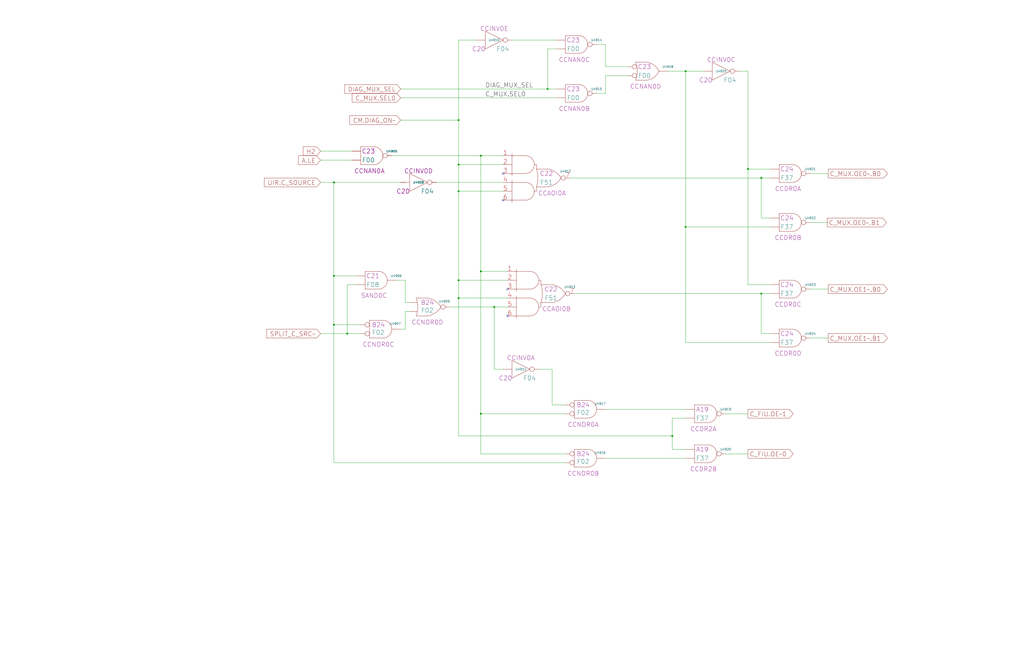
<source format=kicad_sch>
(kicad_sch (version 20230121) (generator eeschema)
  (paper "User" 584.2 378.46)
  (title_block (title "C SOURCE CONTROL") (date "22-MAR-90") (rev "1.0") (comment 1 "VALUE") (comment 2 "232-003063") (comment 3 "S400") (comment 4 "RELEASED"))
  (lib_symbols
    (symbol "r1000:F00" (pin_numbers hide) (pin_names hide)
      (property "Reference" "U" (at 15.24 0 0))
      (property "Value" "F00" (at 1.905 -5.08 0))
      (property "Location" "___" (at 1.905 0 0))
      (property "Name" "______" (at 2.54 -12.7 0))
      (symbol "F00_0_1"
        (polyline (pts (xy -2.54 -7.62) (xy 5.08 -7.62)) (stroke (width 0.1524)))
        (polyline (pts (xy -2.54 2.54) (xy -2.54 -7.62)) (stroke (width 0.1524)))
        (polyline (pts (xy -2.54 2.54) (xy 5.08 2.54)) (stroke (width 0.1524)))
        (arc (start 5.08 -7.62) (mid 10.1282 -2.54) (end 5.08 2.54) (stroke (width 0.1524)))
        (circle (center 11.43 -2.54) (radius 1.27) (stroke (width 0.1524)))
      )
      (symbol "F00_0_2"
        (circle (center -3.81 -5.08) (radius 1.27) (stroke (width 0.1524)))
        (circle (center -3.81 0) (radius 1.27) (stroke (width 0.1524)))
        (arc (start -3.175 -7.62) (mid -2.134 -2.54) (end -3.175 2.54) (stroke (width 0.1524)))
        (polyline (pts (xy -3.175 -7.62) (xy 3.81 -7.62)) (stroke (width 0.1524)))
        (polyline (pts (xy -3.175 2.54) (xy 3.81 2.54)) (stroke (width 0.1524)))
        (arc (start 3.81 -7.62) (mid 7.5855 -5.8306) (end 10.16 -2.54) (stroke (width 0.1524)))
        (arc (start 10.16 -2.54) (mid 7.5827 0.7471) (end 3.81 2.54) (stroke (width 0.1524)))
      )
      (symbol "F00_1_1"
        (pin input line (at -7.62 0 0) (length 5.08) (name "D0") (number "1"))
        (pin input line (at -7.62 -5.08 0) (length 5.08) (name "D1") (number "2"))
        (pin output line (at 15.24 -2.54 180) (length 2.54) (name "Q") (number "3"))
      )
      (symbol "F00_1_2"
        (pin input line (at -7.62 0 0) (length 2.54) (name "D0") (number "1"))
        (pin input line (at -7.62 -5.08 0) (length 2.54) (name "D1") (number "2"))
        (pin output line (at 15.24 -2.54 180) (length 5.08) (name "Q") (number "3"))
      )
    )
    (symbol "r1000:F02" (pin_numbers hide) (pin_names hide)
      (property "Reference" "U" (at 12.16 0.635 0))
      (property "Value" "F02" (at -1.27 -4.445 0))
      (property "Location" "___" (at 2.54 0 0))
      (property "Name" "______" (at 2.54 -12.7 0))
      (symbol "F02_0_1"
        (arc (start -3.81 -7.62) (mid -2.9847 -2.54) (end -3.81 2.54) (stroke (width 0.1524)))
        (polyline (pts (xy -5.08 -5.08) (xy -3.175 -5.08)) (stroke (width 0.1524)))
        (polyline (pts (xy -5.08 0) (xy -3.175 0)) (stroke (width 0.1524)))
        (polyline (pts (xy -3.81 -7.62) (xy 2.54 -7.62)) (stroke (width 0.1524)))
        (polyline (pts (xy -3.81 2.54) (xy 2.54 2.54)) (stroke (width 0.1524)))
        (polyline (pts (xy 13.97 -2.54) (xy 12.7 -2.54)) (stroke (width 0.1524)))
        (arc (start 2.54 -7.62) (mid 6.9515 -5.9823) (end 10.16 -2.54) (stroke (width 0.1524)))
        (arc (start 10.16 -2.54) (mid 6.9478 0.8966) (end 2.54 2.54) (stroke (width 0.1524)))
        (circle (center 11.43 -2.54) (radius 1.27) (stroke (width 0.1524)))
      )
      (symbol "F02_0_2"
        (circle (center -3.81 -5.08) (radius 1.27) (stroke (width 0.1524)))
        (circle (center -3.81 0) (radius 1.27) (stroke (width 0.1524)))
        (polyline (pts (xy -2.54 -7.62) (xy 5.08 -7.62)) (stroke (width 0.1524)))
        (polyline (pts (xy -2.54 2.54) (xy -2.54 -7.62)) (stroke (width 0.1524)))
        (polyline (pts (xy -2.54 2.54) (xy 5.08 2.54)) (stroke (width 0.1524)))
        (polyline (pts (xy 11.43 -2.54) (xy 10.16 -2.54)) (stroke (width 0.1524)))
        (polyline (pts (xy 11.43 -2.54) (xy 12.7 -2.54)) (stroke (width 0.1524)))
        (arc (start 5.08 -7.62) (mid 10.1282 -2.54) (end 5.08 2.54) (stroke (width 0.1524)))
      )
      (symbol "F02_1_1"
        (pin input line (at -7.62 0 0) (length 2.54) (name "D0") (number "1"))
        (pin input line (at -7.62 -5.08 0) (length 2.54) (name "D1") (number "2"))
        (pin output line (at 15.24 -2.54 180) (length 1.27) (name "Q") (number "3"))
      )
      (symbol "F02_1_2"
        (pin input line (at -7.62 0 0) (length 2.54) (name "D0") (number "1"))
        (pin input line (at -7.62 -5.08 0) (length 2.54) (name "D1") (number "2"))
        (pin output line (at 15.24 -2.54 180) (length 2.54) (name "Q") (number "3"))
      )
    )
    (symbol "r1000:F04" (pin_numbers hide) (pin_names hide)
      (property "Reference" "U" (at 0 0 0))
      (property "Value" "F04" (at 1.27 -5.08 0))
      (property "Location" "___" (at -12.7 -5.08 0))
      (property "Name" "______" (at 0 5.08 0))
      (symbol "F04_0_1"
        (polyline (pts (xy -7.62 0) (xy -5.08 0)) (stroke (width 0.1524)))
        (polyline (pts (xy -5.08 5.08) (xy -5.08 -5.08)) (stroke (width 0.1524)))
        (polyline (pts (xy 5.08 0) (xy -5.08 -5.08)) (stroke (width 0.1524)))
        (polyline (pts (xy 5.08 0) (xy -5.08 5.08)) (stroke (width 0.1524)))
        (circle (center 6.35 0) (radius 1.27) (stroke (width 0.1524)))
      )
      (symbol "F04_1_1"
        (pin input line (at -10.16 0 0) (length 2.54) (name "D0") (number "1"))
        (pin output line (at 10.16 0 180) (length 2.54) (name "Q") (number "2"))
      )
    )
    (symbol "r1000:F08" (pin_numbers hide) (pin_names hide)
      (property "Reference" "U" (at 15.24 0 0))
      (property "Value" "F08" (at 1.905 -5.08 0))
      (property "Location" "___" (at 1.905 0 0))
      (property "Name" "______" (at 2.54 -12.7 0))
      (symbol "F08_0_1"
        (polyline (pts (xy -2.54 -7.62) (xy 5.08 -7.62)) (stroke (width 0.1524)))
        (polyline (pts (xy -2.54 2.54) (xy -2.54 -7.62)) (stroke (width 0.1524)))
        (polyline (pts (xy -2.54 2.54) (xy 5.08 2.54)) (stroke (width 0.1524)))
        (arc (start 5.08 -7.62) (mid 10.1282 -2.54) (end 5.08 2.54) (stroke (width 0.1524)))
      )
      (symbol "F08_0_2"
        (circle (center -3.81 -5.08) (radius 1.27) (stroke (width 0.1524)))
        (circle (center -3.81 0) (radius 1.27) (stroke (width 0.1524)))
        (arc (start -3.175 -7.62) (mid -2.134 -2.54) (end -3.175 2.54) (stroke (width 0.1524)))
        (polyline (pts (xy -3.175 -7.62) (xy 3.81 -7.62)) (stroke (width 0.1524)))
        (polyline (pts (xy -3.175 2.54) (xy 3.81 2.54)) (stroke (width 0.1524)))
        (arc (start 3.81 -7.62) (mid 7.5855 -5.8306) (end 10.16 -2.54) (stroke (width 0.1524)))
        (arc (start 10.16 -2.54) (mid 7.5827 0.7471) (end 3.81 2.54) (stroke (width 0.1524)))
        (circle (center 11.43 -2.54) (radius 1.27) (stroke (width 0.1524)))
      )
      (symbol "F08_1_1"
        (pin input line (at -7.62 0 0) (length 5.08) (name "D0") (number "1"))
        (pin input line (at -7.62 -5.08 0) (length 5.08) (name "D1") (number "2"))
        (pin output line (at 15.24 -2.54 180) (length 5.08) (name "Q") (number "3"))
      )
      (symbol "F08_1_2"
        (pin input line (at -7.62 0 0) (length 2.54) (name "D0") (number "1"))
        (pin input line (at -7.62 -5.08 0) (length 2.54) (name "D1") (number "2"))
        (pin output line (at 15.24 -2.54 180) (length 2.54) (name "Q") (number "3"))
      )
    )
    (symbol "r1000:F37" (pin_numbers hide) (pin_names (offset 0) hide)
      (property "Reference" "U" (at 15.24 0 0))
      (property "Value" "F37" (at 1.905 -5.08 0))
      (property "Location" "___" (at 1.905 0 0))
      (property "Name" "______" (at 2.54 -12.7 0))
      (symbol "F37_0_1"
        (polyline (pts (xy -2.54 -7.62) (xy 5.08 -7.62)) (stroke (width 0.1524)))
        (polyline (pts (xy -2.54 2.54) (xy -2.54 -7.62)) (stroke (width 0.1524)))
        (polyline (pts (xy -2.54 2.54) (xy 5.08 2.54)) (stroke (width 0.1524)))
        (arc (start 5.08 -7.62) (mid 10.1282 -2.54) (end 5.08 2.54) (stroke (width 0.1524)))
        (circle (center 11.43 -2.54) (radius 1.27) (stroke (width 0.1524)))
      )
      (symbol "F37_0_2"
        (circle (center -3.81 -5.08) (radius 1.27) (stroke (width 0.1524)))
        (circle (center -3.81 0) (radius 1.27) (stroke (width 0.1524)))
        (arc (start -3.175 -7.62) (mid -2.134 -2.54) (end -3.175 2.54) (stroke (width 0.1524)))
        (polyline (pts (xy -3.175 -7.62) (xy 3.81 -7.62)) (stroke (width 0.1524)))
        (polyline (pts (xy -3.175 2.54) (xy 3.81 2.54)) (stroke (width 0.1524)))
        (arc (start 3.81 -7.62) (mid 7.5855 -5.8306) (end 10.16 -2.54) (stroke (width 0.1524)))
        (arc (start 10.16 -2.54) (mid 7.5827 0.7471) (end 3.81 2.54) (stroke (width 0.1524)))
      )
      (symbol "F37_1_1"
        (pin input line (at -7.62 0 0) (length 5.08) (name "D0") (number "1"))
        (pin input line (at -7.62 -5.08 0) (length 5.08) (name "D1") (number "2"))
        (pin output line (at 15.24 -2.54 180) (length 2.54) (name "Q") (number "3"))
      )
      (symbol "F37_1_2"
        (pin input line (at -7.62 0 0) (length 2.54) (name "D0") (number "1"))
        (pin input line (at -7.62 -5.08 0) (length 2.54) (name "D1") (number "2"))
        (pin output line (at 15.24 -2.54 180) (length 5.08) (name "Q") (number "3"))
      )
    )
    (symbol "r1000:F51" (pin_names hide)
      (property "Reference" "U" (at 12.7 1.27 0))
      (property "Value" "F51" (at 1.905 -5.08 0))
      (property "Location" "___" (at 1.905 0 0))
      (property "Name" "______" (at 5.08 -12.7 0))
      (symbol "F51_0_0"
        (arc (start -10.16 -15.24) (mid -6.5679 -13.7521) (end -5.08 -10.16) (stroke (width 0.1524)))
        (arc (start -10.16 0) (mid -6.5679 1.4879) (end -5.08 5.08) (stroke (width 0.1524)))
        (arc (start -5.08 -10.16) (mid -6.5679 -6.5679) (end -10.16 -5.08) (stroke (width 0.1524)))
        (arc (start -5.08 5.08) (mid -6.5679 8.6721) (end -10.16 10.16) (stroke (width 0.1524)))
        (arc (start -3.8173 -7.62) (mid -2.9926 -2.54) (end -3.8173 2.54) (stroke (width 0.1524)))
        (polyline (pts (xy -20.32 -15.24) (xy -17.78 -15.24)) (stroke (width 0.1524)))
        (polyline (pts (xy -20.32 -10.16) (xy -17.78 -10.16)) (stroke (width 0.1524)))
        (polyline (pts (xy -20.32 -5.08) (xy -17.78 -5.08)) (stroke (width 0.1524)))
        (polyline (pts (xy -20.32 0) (xy -17.78 0)) (stroke (width 0.1524)))
        (polyline (pts (xy -20.32 5.08) (xy -17.78 5.08)) (stroke (width 0.1524)))
        (polyline (pts (xy -20.32 10.16) (xy -17.78 10.16)) (stroke (width 0.1524)))
        (polyline (pts (xy -17.78 -3.81) (xy -17.78 -16.51)) (stroke (width 0.1524)))
        (polyline (pts (xy -17.78 11.43) (xy -17.78 -1.27)) (stroke (width 0.1524)))
        (polyline (pts (xy -10.16 -15.24) (xy -17.78 -15.24)) (stroke (width 0.1524)))
        (polyline (pts (xy -10.16 -5.08) (xy -17.78 -5.08)) (stroke (width 0.1524)))
        (polyline (pts (xy -10.16 0) (xy -17.78 0)) (stroke (width 0.1524)))
        (polyline (pts (xy -10.16 10.16) (xy -17.78 10.16)) (stroke (width 0.1524)))
        (polyline (pts (xy -3.81 -7.62) (xy 2.54 -7.62)) (stroke (width 0.1524)))
        (polyline (pts (xy -3.81 2.54) (xy 2.54 2.54)) (stroke (width 0.1524)))
        (polyline (pts (xy -5.08 -10.16) (xy -3.81 -10.16) (xy -3.81 -7.62)) (stroke (width 0.1524)))
        (polyline (pts (xy -5.08 5.08) (xy -3.81 5.08) (xy -3.81 2.54)) (stroke (width 0.1524)))
        (arc (start 2.54 -7.62) (mid 6.9504 -5.9805) (end 10.16 -2.54) (stroke (width 0.1524)))
        (arc (start 10.16 -2.54) (mid 6.9516 0.9024) (end 2.54 2.54) (stroke (width 0.1524)))
        (circle (center 11.43 -2.54) (radius 1.27) (stroke (width 0.1524)))
      )
      (symbol "F51_1_1"
        (pin input line (at -22.86 10.16 0) (length 2.54) (name "A1") (number "1"))
        (pin input line (at -22.86 5.08 0) (length 2.54) (name "A2") (number "2"))
        (pin input line (at -22.86 0 0) (length 2.54) (name "A3") (number "3"))
        (pin input line (at -22.86 -5.08 0) (length 2.54) (name "B1") (number "4"))
        (pin input line (at -22.86 -10.16 0) (length 2.54) (name "B2") (number "5"))
        (pin input line (at -22.86 -15.24 0) (length 2.54) (name "B3") (number "6"))
        (pin output line (at 15.24 -2.54 180) (length 2.54) (name "Q") (number "7"))
      )
    )
  )
  (junction (at 383.54 248.92))
  (junction (at 261.62 93.98))
  (junction (at 434.34 167.64))
  (junction (at 426.72 96.52))
  (junction (at 190.5 185.42))
  (junction (at 261.62 109.22))
  (junction (at 261.62 160.02))
  (junction (at 274.32 236.22))
  (junction (at 434.34 101.6))
  (junction (at 312.42 50.8))
  (junction (at 190.5 157.48))
  (junction (at 274.32 154.94))
  (junction (at 198.12 190.5))
  (junction (at 261.62 68.58))
  (junction (at 391.16 129.54))
  (junction (at 281.94 175.26))
  (junction (at 391.16 40.64))
  (junction (at 261.62 170.18))
  (junction (at 190.5 104.14))
  (junction (at 274.32 88.9))
  (no_connect (at 287.02 114.3))
  (no_connect (at 289.56 165.1))
  (no_connect (at 287.02 99.06))
  (no_connect (at 289.56 180.34))
  (wire (pts (xy 289.56 170.18) (xy 261.62 170.18)))
  (wire (pts (xy 462.28 127) (xy 472.44 127)))
  (wire (pts (xy 190.5 264.16) (xy 322.58 264.16)))
  (wire (pts (xy 261.62 109.22) (xy 261.62 93.98)))
  (wire (pts (xy 462.28 193.04) (xy 472.44 193.04)))
  (wire (pts (xy 228.6 50.8) (xy 312.42 50.8)))
  (wire (pts (xy 190.5 104.14) (xy 228.6 104.14)))
  (wire (pts (xy 231.14 172.72) (xy 231.14 160.02)))
  (wire (pts (xy 322.58 259.08) (xy 274.32 259.08)))
  (wire (pts (xy 381 40.64) (xy 391.16 40.64)))
  (wire (pts (xy 426.72 162.56) (xy 439.42 162.56)))
  (wire (pts (xy 462.28 165.1) (xy 472.44 165.1)))
  (wire (pts (xy 261.62 68.58) (xy 261.62 22.86)))
  (wire (pts (xy 287.02 93.98) (xy 261.62 93.98)))
  (wire (pts (xy 274.32 88.9) (xy 287.02 88.9)))
  (wire (pts (xy 228.6 187.96) (xy 231.14 187.96)))
  (wire (pts (xy 434.34 101.6) (xy 439.42 101.6)))
  (wire (pts (xy 223.52 88.9) (xy 274.32 88.9)))
  (wire (pts (xy 198.12 162.56) (xy 203.2 162.56)))
  (wire (pts (xy 426.72 40.64) (xy 426.72 96.52)))
  (wire (pts (xy 421.64 40.64) (xy 426.72 40.64)))
  (wire (pts (xy 281.94 175.26) (xy 281.94 210.82)))
  (wire (pts (xy 314.96 231.14) (xy 314.96 210.82)))
  (wire (pts (xy 231.14 177.8) (xy 231.14 187.96)))
  (wire (pts (xy 345.44 25.4) (xy 345.44 38.1)))
  (wire (pts (xy 182.88 104.14) (xy 190.5 104.14)))
  (wire (pts (xy 233.68 177.8) (xy 231.14 177.8)))
  (wire (pts (xy 190.5 264.16) (xy 190.5 185.42)))
  (wire (pts (xy 274.32 259.08) (xy 274.32 236.22)))
  (wire (pts (xy 314.96 210.82) (xy 307.34 210.82)))
  (wire (pts (xy 345.44 53.34) (xy 345.44 43.18)))
  (wire (pts (xy 345.44 233.68) (xy 391.16 233.68)))
  (wire (pts (xy 182.88 86.36) (xy 200.66 86.36)))
  (wire (pts (xy 434.34 124.46) (xy 434.34 101.6)))
  (wire (pts (xy 198.12 190.5) (xy 205.74 190.5)))
  (wire (pts (xy 274.32 236.22) (xy 274.32 154.94)))
  (wire (pts (xy 198.12 190.5) (xy 198.12 162.56)))
  (wire (pts (xy 261.62 160.02) (xy 289.56 160.02)))
  (wire (pts (xy 256.54 175.26) (xy 281.94 175.26)))
  (wire (pts (xy 228.6 68.58) (xy 261.62 68.58)))
  (wire (pts (xy 414.02 236.22) (xy 426.72 236.22)))
  (wire (pts (xy 228.6 55.88) (xy 317.5 55.88)))
  (wire (pts (xy 226.06 160.02) (xy 231.14 160.02)))
  (wire (pts (xy 462.28 99.06) (xy 472.44 99.06)))
  (wire (pts (xy 317.5 27.94) (xy 312.42 27.94)))
  (wire (pts (xy 261.62 93.98) (xy 261.62 68.58)))
  (wire (pts (xy 439.42 190.5) (xy 434.34 190.5)))
  (wire (pts (xy 182.88 190.5) (xy 198.12 190.5)))
  (wire (pts (xy 261.62 248.92) (xy 383.54 248.92)))
  (wire (pts (xy 312.42 27.94) (xy 312.42 50.8)))
  (wire (pts (xy 391.16 129.54) (xy 439.42 129.54)))
  (wire (pts (xy 289.56 154.94) (xy 274.32 154.94)))
  (wire (pts (xy 383.54 248.92) (xy 383.54 256.54)))
  (wire (pts (xy 292.1 22.86) (xy 317.5 22.86)))
  (wire (pts (xy 327.66 167.64) (xy 434.34 167.64)))
  (wire (pts (xy 340.36 53.34) (xy 345.44 53.34)))
  (wire (pts (xy 439.42 124.46) (xy 434.34 124.46)))
  (wire (pts (xy 391.16 40.64) (xy 401.32 40.64)))
  (wire (pts (xy 345.44 43.18) (xy 358.14 43.18)))
  (wire (pts (xy 340.36 25.4) (xy 345.44 25.4)))
  (wire (pts (xy 190.5 157.48) (xy 190.5 185.42)))
  (wire (pts (xy 345.44 38.1) (xy 358.14 38.1)))
  (wire (pts (xy 261.62 160.02) (xy 261.62 170.18)))
  (wire (pts (xy 182.88 91.44) (xy 200.66 91.44)))
  (wire (pts (xy 383.54 238.76) (xy 391.16 238.76)))
  (wire (pts (xy 261.62 22.86) (xy 271.78 22.86)))
  (wire (pts (xy 434.34 190.5) (xy 434.34 167.64)))
  (wire (pts (xy 383.54 256.54) (xy 391.16 256.54)))
  (wire (pts (xy 190.5 157.48) (xy 203.2 157.48)))
  (wire (pts (xy 312.42 50.8) (xy 317.5 50.8)))
  (wire (pts (xy 391.16 40.64) (xy 391.16 129.54)))
  (wire (pts (xy 426.72 96.52) (xy 426.72 162.56)))
  (wire (pts (xy 233.68 172.72) (xy 231.14 172.72)))
  (wire (pts (xy 261.62 170.18) (xy 261.62 248.92)))
  (wire (pts (xy 281.94 175.26) (xy 289.56 175.26)))
  (wire (pts (xy 322.58 236.22) (xy 274.32 236.22)))
  (wire (pts (xy 205.74 185.42) (xy 190.5 185.42)))
  (wire (pts (xy 434.34 167.64) (xy 439.42 167.64)))
  (wire (pts (xy 274.32 88.9) (xy 274.32 154.94)))
  (wire (pts (xy 391.16 195.58) (xy 391.16 129.54)))
  (wire (pts (xy 287.02 210.82) (xy 281.94 210.82)))
  (wire (pts (xy 322.58 231.14) (xy 314.96 231.14)))
  (wire (pts (xy 325.12 101.6) (xy 434.34 101.6)))
  (wire (pts (xy 439.42 195.58) (xy 391.16 195.58)))
  (wire (pts (xy 261.62 109.22) (xy 261.62 160.02)))
  (wire (pts (xy 248.92 104.14) (xy 287.02 104.14)))
  (wire (pts (xy 383.54 238.76) (xy 383.54 248.92)))
  (wire (pts (xy 345.44 261.62) (xy 391.16 261.62)))
  (wire (pts (xy 426.72 96.52) (xy 439.42 96.52)))
  (wire (pts (xy 287.02 109.22) (xy 261.62 109.22)))
  (wire (pts (xy 190.5 104.14) (xy 190.5 157.48)))
  (wire (pts (xy 414.02 259.08) (xy 426.72 259.08)))
  (label "DIAG_MUX_SEL" (at 276.86 50.8 0) (effects (font (size 2.54 2.54))))
  (label "C_MUX.SEL0" (at 276.86 55.88 0) (effects (font (size 2.54 2.54))))
  (global_label "DIAG_MUX_SEL" (shape input) (at 228.6 50.8 180) (effects (font (size 2.54 2.54))) (property "Intersheetrefs" "${INTERSHEET_REFS}" (at 196.6807 50.6413 0) (effects (font (size 1.905 1.905)) (justify right))))
  (global_label "C_FIU.OE~1" (shape output) (at 426.72 236.22 0) (effects (font (size 2.54 2.54))) (property "Intersheetrefs" "${INTERSHEET_REFS}" (at 452.4708 236.0613 0) (effects (font (size 1.905 1.905)) (justify left))))
  (global_label "C_MUX.OE0~.B1" (shape output) (at 471.9003 127 0) (effects (font (size 2.54 2.54))) (property "Intersheetrefs" "${INTERSHEET_REFS}" (at 505.7549 126.8413 0) (effects (font (size 1.905 1.905)) (justify left))))
  (global_label "C_MUX.SEL0" (shape input) (at 228.6 55.88 180) (effects (font (size 2.54 2.54))) (property "Intersheetrefs" "${INTERSHEET_REFS}" (at 200.914 55.7213 0) (effects (font (size 1.905 1.905)) (justify right))))
  (global_label "C_FIU.OE~0" (shape output) (at 426.72 259.08 0) (effects (font (size 2.54 2.54))) (property "Intersheetrefs" "${INTERSHEET_REFS}" (at 452.4708 258.9213 0) (effects (font (size 1.905 1.905)) (justify left))))
  (global_label "C_MUX.OE1~.B1" (shape output) (at 472.44 193.04 0) (effects (font (size 2.54 2.54))) (property "Intersheetrefs" "${INTERSHEET_REFS}" (at 506.2946 192.8813 0) (effects (font (size 1.905 1.905)) (justify left))))
  (global_label "UIR.C_SOURCE" (shape input) (at 182.88 104.14 180) (effects (font (size 2.54 2.54))) (property "Intersheetrefs" "${INTERSHEET_REFS}" (at 150.8397 103.9813 0) (effects (font (size 1.905 1.905)) (justify right))))
  (global_label "CM.DIAG_ON~" (shape input) (at 228.6 68.58 180) (effects (font (size 2.54 2.54))) (property "Intersheetrefs" "${INTERSHEET_REFS}" (at 199.5835 68.4213 0) (effects (font (size 1.905 1.905)) (justify right))))
  (global_label "C_MUX.OE0~.B0" (shape output) (at 472.44 99.06 0) (effects (font (size 2.54 2.54))) (property "Intersheetrefs" "${INTERSHEET_REFS}" (at 506.2946 98.9013 0) (effects (font (size 1.905 1.905)) (justify left))))
  (global_label "C_MUX.OE1~.B0" (shape output) (at 472.44 165.1 0) (effects (font (size 2.54 2.54))) (property "Intersheetrefs" "${INTERSHEET_REFS}" (at 506.2946 164.9413 0) (effects (font (size 1.905 1.905)) (justify left))))
  (global_label "A.LE" (shape input) (at 182.88 91.44 180) (effects (font (size 2.54 2.54))) (property "Intersheetrefs" "${INTERSHEET_REFS}" (at 170.313 91.2813 0) (effects (font (size 1.905 1.905)) (justify right))))
  (global_label "SPLIT_C_SRC~" (shape input) (at 182.88 190.5 180) (effects (font (size 2.54 2.54))) (property "Intersheetrefs" "${INTERSHEET_REFS}" (at 152.1702 190.3413 0) (effects (font (size 1.905 1.905)) (justify right))))
  (global_label "H2" (shape input) (at 182.88 86.36 180) (effects (font (size 2.54 2.54))) (property "Intersheetrefs" "${INTERSHEET_REFS}" (at 172.974 86.2013 0) (effects (font (size 1.905 1.905)) (justify right))))
  (symbol (lib_id "r1000:F51") (at 309.88 99.06 0) (unit 1)
    (property "Reference" "U4912" (at 322.58 97.79 0))
    (property "Value" "F51" (at 311.785 104.14 0) (effects (font (size 2.54 2.54))))
    (property "Location" "C22" (at 311.785 99.06 0) (effects (font (size 2.54 2.54))))
    (property "Name" "CCAOI0A" (at 314.96 111.76 0) (effects (font (size 2.54 2.54)) (justify bottom)))
  )
  (symbol (lib_id "r1000:F37") (at 447.04 96.52 0) (unit 1)
    (property "Reference" "U4921" (at 462.28 96.52 0))
    (property "Value" "F37" (at 448.945 101.6 0) (effects (font (size 2.54 2.54))))
    (property "Location" "C24" (at 448.945 96.52 0) (effects (font (size 2.54 2.54))))
    (property "Name" "CCDR0A" (at 449.58 109.22 0) (effects (font (size 2.54 2.54)) (justify bottom)))
  )
  (symbol (lib_id "r1000:F37") (at 447.04 162.56 0) (unit 1)
    (property "Reference" "U4923" (at 462.28 162.56 0))
    (property "Value" "F37" (at 448.945 167.64 0) (effects (font (size 2.54 2.54))))
    (property "Location" "C24" (at 448.945 162.56 0) (effects (font (size 2.54 2.54))))
    (property "Name" "CCDR0C" (at 449.58 175.26 0) (effects (font (size 2.54 2.54)) (justify bottom)))
  )
  (symbol (lib_id "r1000:F08") (at 210.82 157.48 0) (unit 1)
    (property "Reference" "U4906" (at 226.06 157.48 0))
    (property "Value" "F08" (at 212.725 162.56 0) (effects (font (size 2.54 2.54))))
    (property "Location" "C21" (at 212.725 157.48 0) (effects (font (size 2.54 2.54))))
    (property "Name" "SAND0C" (at 213.36 170.18 0) (effects (font (size 2.54 2.54)) (justify bottom)))
  )
  (symbol (lib_id "r1000:F00") (at 208.28 86.36 0) (unit 1)
    (property "Reference" "U4905" (at 223.52 86.36 0))
    (property "Value" "F00" (at 210.185 91.44 0) (effects (font (size 2.54 2.54))))
    (property "Location" "C23" (at 210.185 86.36 0) (effects (font (size 2.54 2.54))))
    (property "Name" "CCNAN0A" (at 210.82 99.06 0) (effects (font (size 2.54 2.54)) (justify bottom)))
  )
  (symbol (lib_id "r1000:F00") (at 325.12 22.86 0) (unit 1)
    (property "Reference" "U4914" (at 340.36 22.86 0))
    (property "Value" "F00" (at 327.025 27.94 0) (effects (font (size 2.54 2.54))))
    (property "Location" "C23" (at 327.025 22.86 0) (effects (font (size 2.54 2.54))))
    (property "Name" "CCNAN0C" (at 327.66 35.56 0) (effects (font (size 2.54 2.54)) (justify bottom)))
  )
  (symbol (lib_id "r1000:F37") (at 398.78 233.68 0) (unit 1)
    (property "Reference" "U4919" (at 414.02 233.68 0))
    (property "Value" "F37" (at 400.685 238.76 0) (effects (font (size 2.54 2.54))))
    (property "Location" "A19" (at 400.685 233.68 0) (effects (font (size 2.54 2.54))))
    (property "Name" "CCDR2A" (at 401.32 246.38 0) (effects (font (size 2.54 2.54)) (justify bottom)))
  )
  (symbol (lib_id "r1000:F04") (at 238.76 104.14 0) (unit 1)
    (property "Reference" "U4908" (at 238.76 104.14 0))
    (property "Value" "F04" (at 240.03 109.22 0) (effects (font (size 2.54 2.54)) (justify left)))
    (property "Location" "C20" (at 226.06 109.22 0) (effects (font (size 2.54 2.54)) (justify left)))
    (property "Name" "CCINV0D" (at 238.76 99.06 0) (effects (font (size 2.54 2.54)) (justify bottom)))
  )
  (symbol (lib_id "r1000:F04") (at 297.18 210.82 0) (unit 1)
    (property "Reference" "U4911" (at 297.18 210.82 0))
    (property "Value" "F04" (at 298.45 215.9 0) (effects (font (size 2.54 2.54)) (justify left)))
    (property "Location" "C20" (at 284.48 215.9 0) (effects (font (size 2.54 2.54)) (justify left)))
    (property "Name" "CCINV0A" (at 297.18 205.74 0) (effects (font (size 2.54 2.54)) (justify bottom)))
  )
  (symbol (lib_id "r1000:F02") (at 330.2 231.14 0) (unit 1) (convert 2)
    (property "Reference" "U4917" (at 342.36 230.505 0))
    (property "Value" "F02" (at 328.93 235.585 0) (effects (font (size 2.54 2.54)) (justify left)))
    (property "Location" "B24" (at 332.74 231.14 0) (effects (font (size 2.54 2.54))))
    (property "Name" "CCNOR0A" (at 332.74 243.84 0) (effects (font (size 2.54 2.54)) (justify bottom)))
  )
  (symbol (lib_id "r1000:F02") (at 213.36 185.42 0) (unit 1) (convert 2)
    (property "Reference" "U4907" (at 225.52 184.785 0))
    (property "Value" "F02" (at 212.09 189.865 0) (effects (font (size 2.54 2.54)) (justify left)))
    (property "Location" "B24" (at 215.9 185.42 0) (effects (font (size 2.54 2.54))))
    (property "Name" "CCNOR0C" (at 215.9 198.12 0) (effects (font (size 2.54 2.54)) (justify bottom)))
  )
  (symbol (lib_id "r1000:F00") (at 325.12 50.8 0) (unit 1)
    (property "Reference" "U4915" (at 340.36 50.8 0))
    (property "Value" "F00" (at 327.025 55.88 0) (effects (font (size 2.54 2.54))))
    (property "Location" "C23" (at 327.025 50.8 0) (effects (font (size 2.54 2.54))))
    (property "Name" "CCNAN0B" (at 327.66 63.5 0) (effects (font (size 2.54 2.54)) (justify bottom)))
  )
  (symbol (lib_id "r1000:F37") (at 398.78 256.54 0) (unit 1)
    (property "Reference" "U4920" (at 414.02 256.54 0))
    (property "Value" "F37" (at 400.685 261.62 0) (effects (font (size 2.54 2.54))))
    (property "Location" "A19" (at 400.685 256.54 0) (effects (font (size 2.54 2.54))))
    (property "Name" "CCDR2B" (at 401.32 269.24 0) (effects (font (size 2.54 2.54)) (justify bottom)))
  )
  (symbol (lib_id "r1000:F04") (at 411.48 40.64 0) (unit 1)
    (property "Reference" "U4925" (at 411.48 40.64 0))
    (property "Value" "F04" (at 412.75 45.72 0) (effects (font (size 2.54 2.54)) (justify left)))
    (property "Location" "C20" (at 398.78 45.72 0) (effects (font (size 2.54 2.54)) (justify left)))
    (property "Name" "CCINV0C" (at 411.48 35.56 0) (effects (font (size 2.54 2.54)) (justify bottom)))
  )
  (symbol (lib_id "r1000:F02") (at 241.3 172.72 0) (unit 1)
    (property "Reference" "U4909" (at 253.46 172.085 0))
    (property "Value" "F02" (at 240.03 177.165 0) (effects (font (size 2.54 2.54)) (justify left)))
    (property "Location" "B24" (at 243.84 172.72 0) (effects (font (size 2.54 2.54))))
    (property "Name" "CCNOR0D" (at 243.84 185.42 0) (effects (font (size 2.54 2.54)) (justify bottom)))
  )
  (symbol (lib_id "r1000:F37") (at 447.04 190.5 0) (unit 1)
    (property "Reference" "U4924" (at 462.28 190.5 0))
    (property "Value" "F37" (at 448.945 195.58 0) (effects (font (size 2.54 2.54))))
    (property "Location" "C24" (at 448.945 190.5 0) (effects (font (size 2.54 2.54))))
    (property "Name" "CCDR0D" (at 449.58 203.2 0) (effects (font (size 2.54 2.54)) (justify bottom)))
  )
  (symbol (lib_id "r1000:F51") (at 312.42 165.1 0) (unit 1)
    (property "Reference" "U4913" (at 325.12 163.83 0))
    (property "Value" "F51" (at 314.325 170.18 0) (effects (font (size 2.54 2.54))))
    (property "Location" "C22" (at 314.325 165.1 0) (effects (font (size 2.54 2.54))))
    (property "Name" "CCAOI0B" (at 317.5 177.8 0) (effects (font (size 2.54 2.54)) (justify bottom)))
  )
  (symbol (lib_id "r1000:F00") (at 365.76 38.1 0) (unit 1) (convert 2)
    (property "Reference" "U4918" (at 381 38.1 0))
    (property "Value" "F00" (at 367.665 43.18 0) (effects (font (size 2.54 2.54))))
    (property "Location" "C23" (at 367.665 38.1 0) (effects (font (size 2.54 2.54))))
    (property "Name" "CCNAN0D" (at 368.3 50.8 0) (effects (font (size 2.54 2.54)) (justify bottom)))
  )
  (symbol (lib_id "r1000:F04") (at 281.94 22.86 0) (unit 1)
    (property "Reference" "U4910" (at 281.94 22.86 0))
    (property "Value" "F04" (at 283.21 27.94 0) (effects (font (size 2.54 2.54)) (justify left)))
    (property "Location" "C20" (at 269.24 27.94 0) (effects (font (size 2.54 2.54)) (justify left)))
    (property "Name" "CCINV0E" (at 281.94 17.78 0) (effects (font (size 2.54 2.54)) (justify bottom)))
  )
  (symbol (lib_id "r1000:F37") (at 447.04 124.46 0) (unit 1)
    (property "Reference" "U4922" (at 462.28 124.46 0))
    (property "Value" "F37" (at 448.945 129.54 0) (effects (font (size 2.54 2.54))))
    (property "Location" "C24" (at 448.945 124.46 0) (effects (font (size 2.54 2.54))))
    (property "Name" "CCDR0B" (at 449.58 137.16 0) (effects (font (size 2.54 2.54)) (justify bottom)))
  )
  (symbol (lib_id "r1000:F02") (at 330.2 259.08 0) (unit 1) (convert 2)
    (property "Reference" "U4916" (at 342.36 258.445 0))
    (property "Value" "F02" (at 328.93 263.525 0) (effects (font (size 2.54 2.54)) (justify left)))
    (property "Location" "B24" (at 332.74 259.08 0) (effects (font (size 2.54 2.54))))
    (property "Name" "CCNOR0B" (at 332.74 271.78 0) (effects (font (size 2.54 2.54)) (justify bottom)))
  )
)
</source>
